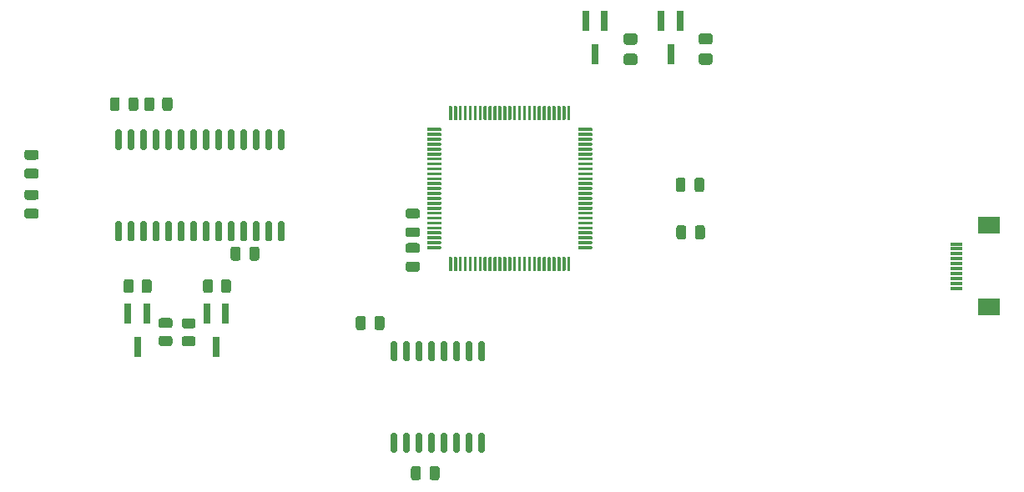
<source format=gtp>
%TF.GenerationSoftware,KiCad,Pcbnew,(5.1.10)-1*%
%TF.CreationDate,2021-12-15T16:43:02+05:30*%
%TF.ProjectId,SPVMD_V2.0,5350564d-445f-4563-922e-302e6b696361,rev?*%
%TF.SameCoordinates,Original*%
%TF.FileFunction,Paste,Top*%
%TF.FilePolarity,Positive*%
%FSLAX46Y46*%
G04 Gerber Fmt 4.6, Leading zero omitted, Abs format (unit mm)*
G04 Created by KiCad (PCBNEW (5.1.10)-1) date 2021-12-15 16:43:02*
%MOMM*%
%LPD*%
G01*
G04 APERTURE LIST*
%ADD10R,2.200000X1.800000*%
%ADD11R,1.300000X0.300000*%
%ADD12R,0.700000X2.000000*%
G04 APERTURE END LIST*
%TO.C,C1*%
G36*
G01*
X99029500Y-75255500D02*
X99979500Y-75255500D01*
G75*
G02*
X100229500Y-75505500I0J-250000D01*
G01*
X100229500Y-76005500D01*
G75*
G02*
X99979500Y-76255500I-250000J0D01*
G01*
X99029500Y-76255500D01*
G75*
G02*
X98779500Y-76005500I0J250000D01*
G01*
X98779500Y-75505500D01*
G75*
G02*
X99029500Y-75255500I250000J0D01*
G01*
G37*
G36*
G01*
X99029500Y-77155500D02*
X99979500Y-77155500D01*
G75*
G02*
X100229500Y-77405500I0J-250000D01*
G01*
X100229500Y-77905500D01*
G75*
G02*
X99979500Y-78155500I-250000J0D01*
G01*
X99029500Y-78155500D01*
G75*
G02*
X98779500Y-77905500I0J250000D01*
G01*
X98779500Y-77405500D01*
G75*
G02*
X99029500Y-77155500I250000J0D01*
G01*
G37*
%TD*%
%TO.C,C2*%
G36*
G01*
X99979500Y-80319500D02*
X99029500Y-80319500D01*
G75*
G02*
X98779500Y-80069500I0J250000D01*
G01*
X98779500Y-79569500D01*
G75*
G02*
X99029500Y-79319500I250000J0D01*
G01*
X99979500Y-79319500D01*
G75*
G02*
X100229500Y-79569500I0J-250000D01*
G01*
X100229500Y-80069500D01*
G75*
G02*
X99979500Y-80319500I-250000J0D01*
G01*
G37*
G36*
G01*
X99979500Y-82219500D02*
X99029500Y-82219500D01*
G75*
G02*
X98779500Y-81969500I0J250000D01*
G01*
X98779500Y-81469500D01*
G75*
G02*
X99029500Y-81219500I250000J0D01*
G01*
X99979500Y-81219500D01*
G75*
G02*
X100229500Y-81469500I0J-250000D01*
G01*
X100229500Y-81969500D01*
G75*
G02*
X99979500Y-82219500I-250000J0D01*
G01*
G37*
%TD*%
%TO.C,C3*%
G36*
G01*
X121610500Y-86263500D02*
X121610500Y-85313500D01*
G75*
G02*
X121860500Y-85063500I250000J0D01*
G01*
X122360500Y-85063500D01*
G75*
G02*
X122610500Y-85313500I0J-250000D01*
G01*
X122610500Y-86263500D01*
G75*
G02*
X122360500Y-86513500I-250000J0D01*
G01*
X121860500Y-86513500D01*
G75*
G02*
X121610500Y-86263500I0J250000D01*
G01*
G37*
G36*
G01*
X119710500Y-86263500D02*
X119710500Y-85313500D01*
G75*
G02*
X119960500Y-85063500I250000J0D01*
G01*
X120460500Y-85063500D01*
G75*
G02*
X120710500Y-85313500I0J-250000D01*
G01*
X120710500Y-86263500D01*
G75*
G02*
X120460500Y-86513500I-250000J0D01*
G01*
X119960500Y-86513500D01*
G75*
G02*
X119710500Y-86263500I0J250000D01*
G01*
G37*
%TD*%
%TO.C,C7*%
G36*
G01*
X132405500Y-93312000D02*
X132405500Y-92362000D01*
G75*
G02*
X132655500Y-92112000I250000J0D01*
G01*
X133155500Y-92112000D01*
G75*
G02*
X133405500Y-92362000I0J-250000D01*
G01*
X133405500Y-93312000D01*
G75*
G02*
X133155500Y-93562000I-250000J0D01*
G01*
X132655500Y-93562000D01*
G75*
G02*
X132405500Y-93312000I0J250000D01*
G01*
G37*
G36*
G01*
X134305500Y-93312000D02*
X134305500Y-92362000D01*
G75*
G02*
X134555500Y-92112000I250000J0D01*
G01*
X135055500Y-92112000D01*
G75*
G02*
X135305500Y-92362000I0J-250000D01*
G01*
X135305500Y-93312000D01*
G75*
G02*
X135055500Y-93562000I-250000J0D01*
G01*
X134555500Y-93562000D01*
G75*
G02*
X134305500Y-93312000I0J250000D01*
G01*
G37*
%TD*%
%TO.C,C8*%
G36*
G01*
X139898500Y-108552000D02*
X139898500Y-107602000D01*
G75*
G02*
X140148500Y-107352000I250000J0D01*
G01*
X140648500Y-107352000D01*
G75*
G02*
X140898500Y-107602000I0J-250000D01*
G01*
X140898500Y-108552000D01*
G75*
G02*
X140648500Y-108802000I-250000J0D01*
G01*
X140148500Y-108802000D01*
G75*
G02*
X139898500Y-108552000I0J250000D01*
G01*
G37*
G36*
G01*
X137998500Y-108552000D02*
X137998500Y-107602000D01*
G75*
G02*
X138248500Y-107352000I250000J0D01*
G01*
X138748500Y-107352000D01*
G75*
G02*
X138998500Y-107602000I0J-250000D01*
G01*
X138998500Y-108552000D01*
G75*
G02*
X138748500Y-108802000I-250000J0D01*
G01*
X138248500Y-108802000D01*
G75*
G02*
X137998500Y-108552000I0J250000D01*
G01*
G37*
%TD*%
%TO.C,C9*%
G36*
G01*
X138651000Y-82227000D02*
X137701000Y-82227000D01*
G75*
G02*
X137451000Y-81977000I0J250000D01*
G01*
X137451000Y-81477000D01*
G75*
G02*
X137701000Y-81227000I250000J0D01*
G01*
X138651000Y-81227000D01*
G75*
G02*
X138901000Y-81477000I0J-250000D01*
G01*
X138901000Y-81977000D01*
G75*
G02*
X138651000Y-82227000I-250000J0D01*
G01*
G37*
G36*
G01*
X138651000Y-84127000D02*
X137701000Y-84127000D01*
G75*
G02*
X137451000Y-83877000I0J250000D01*
G01*
X137451000Y-83377000D01*
G75*
G02*
X137701000Y-83127000I250000J0D01*
G01*
X138651000Y-83127000D01*
G75*
G02*
X138901000Y-83377000I0J-250000D01*
G01*
X138901000Y-83877000D01*
G75*
G02*
X138651000Y-84127000I-250000J0D01*
G01*
G37*
%TD*%
%TO.C,C13*%
G36*
G01*
X166759000Y-79278500D02*
X166759000Y-78328500D01*
G75*
G02*
X167009000Y-78078500I250000J0D01*
G01*
X167509000Y-78078500D01*
G75*
G02*
X167759000Y-78328500I0J-250000D01*
G01*
X167759000Y-79278500D01*
G75*
G02*
X167509000Y-79528500I-250000J0D01*
G01*
X167009000Y-79528500D01*
G75*
G02*
X166759000Y-79278500I0J250000D01*
G01*
G37*
G36*
G01*
X164859000Y-79278500D02*
X164859000Y-78328500D01*
G75*
G02*
X165109000Y-78078500I250000J0D01*
G01*
X165609000Y-78078500D01*
G75*
G02*
X165859000Y-78328500I0J-250000D01*
G01*
X165859000Y-79278500D01*
G75*
G02*
X165609000Y-79528500I-250000J0D01*
G01*
X165109000Y-79528500D01*
G75*
G02*
X164859000Y-79278500I0J250000D01*
G01*
G37*
%TD*%
%TO.C,C14*%
G36*
G01*
X138651000Y-87617000D02*
X137701000Y-87617000D01*
G75*
G02*
X137451000Y-87367000I0J250000D01*
G01*
X137451000Y-86867000D01*
G75*
G02*
X137701000Y-86617000I250000J0D01*
G01*
X138651000Y-86617000D01*
G75*
G02*
X138901000Y-86867000I0J-250000D01*
G01*
X138901000Y-87367000D01*
G75*
G02*
X138651000Y-87617000I-250000J0D01*
G01*
G37*
G36*
G01*
X138651000Y-85717000D02*
X137701000Y-85717000D01*
G75*
G02*
X137451000Y-85467000I0J250000D01*
G01*
X137451000Y-84967000D01*
G75*
G02*
X137701000Y-84717000I250000J0D01*
G01*
X138651000Y-84717000D01*
G75*
G02*
X138901000Y-84967000I0J-250000D01*
G01*
X138901000Y-85467000D01*
G75*
G02*
X138651000Y-85717000I-250000J0D01*
G01*
G37*
%TD*%
%TO.C,C15*%
G36*
G01*
X164922500Y-84104500D02*
X164922500Y-83154500D01*
G75*
G02*
X165172500Y-82904500I250000J0D01*
G01*
X165672500Y-82904500D01*
G75*
G02*
X165922500Y-83154500I0J-250000D01*
G01*
X165922500Y-84104500D01*
G75*
G02*
X165672500Y-84354500I-250000J0D01*
G01*
X165172500Y-84354500D01*
G75*
G02*
X164922500Y-84104500I0J250000D01*
G01*
G37*
G36*
G01*
X166822500Y-84104500D02*
X166822500Y-83154500D01*
G75*
G02*
X167072500Y-82904500I250000J0D01*
G01*
X167572500Y-82904500D01*
G75*
G02*
X167822500Y-83154500I0J-250000D01*
G01*
X167822500Y-84104500D01*
G75*
G02*
X167572500Y-84354500I-250000J0D01*
G01*
X167072500Y-84354500D01*
G75*
G02*
X166822500Y-84104500I0J250000D01*
G01*
G37*
%TD*%
%TO.C,D1*%
G36*
G01*
X110327500Y-70155750D02*
X110327500Y-71068250D01*
G75*
G02*
X110083750Y-71312000I-243750J0D01*
G01*
X109596250Y-71312000D01*
G75*
G02*
X109352500Y-71068250I0J243750D01*
G01*
X109352500Y-70155750D01*
G75*
G02*
X109596250Y-69912000I243750J0D01*
G01*
X110083750Y-69912000D01*
G75*
G02*
X110327500Y-70155750I0J-243750D01*
G01*
G37*
G36*
G01*
X108452500Y-70155750D02*
X108452500Y-71068250D01*
G75*
G02*
X108208750Y-71312000I-243750J0D01*
G01*
X107721250Y-71312000D01*
G75*
G02*
X107477500Y-71068250I0J243750D01*
G01*
X107477500Y-70155750D01*
G75*
G02*
X107721250Y-69912000I243750J0D01*
G01*
X108208750Y-69912000D01*
G75*
G02*
X108452500Y-70155750I0J-243750D01*
G01*
G37*
%TD*%
%TO.C,F1*%
G36*
G01*
X160724001Y-66633000D02*
X159823999Y-66633000D01*
G75*
G02*
X159574000Y-66383001I0J249999D01*
G01*
X159574000Y-65732999D01*
G75*
G02*
X159823999Y-65483000I249999J0D01*
G01*
X160724001Y-65483000D01*
G75*
G02*
X160974000Y-65732999I0J-249999D01*
G01*
X160974000Y-66383001D01*
G75*
G02*
X160724001Y-66633000I-249999J0D01*
G01*
G37*
G36*
G01*
X160724001Y-64583000D02*
X159823999Y-64583000D01*
G75*
G02*
X159574000Y-64333001I0J249999D01*
G01*
X159574000Y-63682999D01*
G75*
G02*
X159823999Y-63433000I249999J0D01*
G01*
X160724001Y-63433000D01*
G75*
G02*
X160974000Y-63682999I0J-249999D01*
G01*
X160974000Y-64333001D01*
G75*
G02*
X160724001Y-64583000I-249999J0D01*
G01*
G37*
%TD*%
%TO.C,F2*%
G36*
G01*
X168344001Y-64565000D02*
X167443999Y-64565000D01*
G75*
G02*
X167194000Y-64315001I0J249999D01*
G01*
X167194000Y-63664999D01*
G75*
G02*
X167443999Y-63415000I249999J0D01*
G01*
X168344001Y-63415000D01*
G75*
G02*
X168594000Y-63664999I0J-249999D01*
G01*
X168594000Y-64315001D01*
G75*
G02*
X168344001Y-64565000I-249999J0D01*
G01*
G37*
G36*
G01*
X168344001Y-66615000D02*
X167443999Y-66615000D01*
G75*
G02*
X167194000Y-66365001I0J249999D01*
G01*
X167194000Y-65714999D01*
G75*
G02*
X167443999Y-65465000I249999J0D01*
G01*
X168344001Y-65465000D01*
G75*
G02*
X168594000Y-65714999I0J-249999D01*
G01*
X168594000Y-66365001D01*
G75*
G02*
X168344001Y-66615000I-249999J0D01*
G01*
G37*
%TD*%
D10*
%TO.C,J4*%
X196599000Y-82908500D03*
X196599000Y-91208500D03*
D11*
X193349000Y-89308500D03*
X193349000Y-88808500D03*
X193349000Y-88308500D03*
X193349000Y-87808500D03*
X193349000Y-87308500D03*
X193349000Y-86808500D03*
X193349000Y-86308500D03*
X193349000Y-85808500D03*
X193349000Y-85308500D03*
X193349000Y-84808500D03*
%TD*%
D12*
%TO.C,Q1*%
X157607000Y-62181000D03*
X155707000Y-62181000D03*
X156657000Y-65581000D03*
%TD*%
%TO.C,Q2*%
X164338000Y-65581000D03*
X163388000Y-62181000D03*
X165288000Y-62181000D03*
%TD*%
%TO.C,Q3*%
X118237000Y-95250000D03*
X117287000Y-91850000D03*
X119187000Y-91850000D03*
%TD*%
%TO.C,Q4*%
X111186000Y-91850000D03*
X109286000Y-91850000D03*
X110236000Y-95250000D03*
%TD*%
%TO.C,R2*%
G36*
G01*
X112771500Y-71062001D02*
X112771500Y-70161999D01*
G75*
G02*
X113021499Y-69912000I249999J0D01*
G01*
X113546501Y-69912000D01*
G75*
G02*
X113796500Y-70161999I0J-249999D01*
G01*
X113796500Y-71062001D01*
G75*
G02*
X113546501Y-71312000I-249999J0D01*
G01*
X113021499Y-71312000D01*
G75*
G02*
X112771500Y-71062001I0J249999D01*
G01*
G37*
G36*
G01*
X110946500Y-71062001D02*
X110946500Y-70161999D01*
G75*
G02*
X111196499Y-69912000I249999J0D01*
G01*
X111721501Y-69912000D01*
G75*
G02*
X111971500Y-70161999I0J-249999D01*
G01*
X111971500Y-71062001D01*
G75*
G02*
X111721501Y-71312000I-249999J0D01*
G01*
X111196499Y-71312000D01*
G75*
G02*
X110946500Y-71062001I0J249999D01*
G01*
G37*
%TD*%
%TO.C,R4*%
G36*
G01*
X115893001Y-95191000D02*
X114992999Y-95191000D01*
G75*
G02*
X114743000Y-94941001I0J249999D01*
G01*
X114743000Y-94415999D01*
G75*
G02*
X114992999Y-94166000I249999J0D01*
G01*
X115893001Y-94166000D01*
G75*
G02*
X116143000Y-94415999I0J-249999D01*
G01*
X116143000Y-94941001D01*
G75*
G02*
X115893001Y-95191000I-249999J0D01*
G01*
G37*
G36*
G01*
X115893001Y-93366000D02*
X114992999Y-93366000D01*
G75*
G02*
X114743000Y-93116001I0J249999D01*
G01*
X114743000Y-92590999D01*
G75*
G02*
X114992999Y-92341000I249999J0D01*
G01*
X115893001Y-92341000D01*
G75*
G02*
X116143000Y-92590999I0J-249999D01*
G01*
X116143000Y-93116001D01*
G75*
G02*
X115893001Y-93366000I-249999J0D01*
G01*
G37*
%TD*%
%TO.C,R5*%
G36*
G01*
X113543501Y-95174500D02*
X112643499Y-95174500D01*
G75*
G02*
X112393500Y-94924501I0J249999D01*
G01*
X112393500Y-94399499D01*
G75*
G02*
X112643499Y-94149500I249999J0D01*
G01*
X113543501Y-94149500D01*
G75*
G02*
X113793500Y-94399499I0J-249999D01*
G01*
X113793500Y-94924501D01*
G75*
G02*
X113543501Y-95174500I-249999J0D01*
G01*
G37*
G36*
G01*
X113543501Y-93349500D02*
X112643499Y-93349500D01*
G75*
G02*
X112393500Y-93099501I0J249999D01*
G01*
X112393500Y-92574499D01*
G75*
G02*
X112643499Y-92324500I249999J0D01*
G01*
X113543501Y-92324500D01*
G75*
G02*
X113793500Y-92574499I0J-249999D01*
G01*
X113793500Y-93099501D01*
G75*
G02*
X113543501Y-93349500I-249999J0D01*
G01*
G37*
%TD*%
%TO.C,R6*%
G36*
G01*
X118724000Y-89540501D02*
X118724000Y-88640499D01*
G75*
G02*
X118973999Y-88390500I249999J0D01*
G01*
X119499001Y-88390500D01*
G75*
G02*
X119749000Y-88640499I0J-249999D01*
G01*
X119749000Y-89540501D01*
G75*
G02*
X119499001Y-89790500I-249999J0D01*
G01*
X118973999Y-89790500D01*
G75*
G02*
X118724000Y-89540501I0J249999D01*
G01*
G37*
G36*
G01*
X116899000Y-89540501D02*
X116899000Y-88640499D01*
G75*
G02*
X117148999Y-88390500I249999J0D01*
G01*
X117674001Y-88390500D01*
G75*
G02*
X117924000Y-88640499I0J-249999D01*
G01*
X117924000Y-89540501D01*
G75*
G02*
X117674001Y-89790500I-249999J0D01*
G01*
X117148999Y-89790500D01*
G75*
G02*
X116899000Y-89540501I0J249999D01*
G01*
G37*
%TD*%
%TO.C,R7*%
G36*
G01*
X110659500Y-89540501D02*
X110659500Y-88640499D01*
G75*
G02*
X110909499Y-88390500I249999J0D01*
G01*
X111434501Y-88390500D01*
G75*
G02*
X111684500Y-88640499I0J-249999D01*
G01*
X111684500Y-89540501D01*
G75*
G02*
X111434501Y-89790500I-249999J0D01*
G01*
X110909499Y-89790500D01*
G75*
G02*
X110659500Y-89540501I0J249999D01*
G01*
G37*
G36*
G01*
X108834500Y-89540501D02*
X108834500Y-88640499D01*
G75*
G02*
X109084499Y-88390500I249999J0D01*
G01*
X109609501Y-88390500D01*
G75*
G02*
X109859500Y-88640499I0J-249999D01*
G01*
X109859500Y-89540501D01*
G75*
G02*
X109609501Y-89790500I-249999J0D01*
G01*
X109084499Y-89790500D01*
G75*
G02*
X108834500Y-89540501I0J249999D01*
G01*
G37*
%TD*%
%TO.C,U1*%
G36*
G01*
X142093500Y-87584500D02*
X141943500Y-87584500D01*
G75*
G02*
X141868500Y-87509500I0J75000D01*
G01*
X141868500Y-86184500D01*
G75*
G02*
X141943500Y-86109500I75000J0D01*
G01*
X142093500Y-86109500D01*
G75*
G02*
X142168500Y-86184500I0J-75000D01*
G01*
X142168500Y-87509500D01*
G75*
G02*
X142093500Y-87584500I-75000J0D01*
G01*
G37*
G36*
G01*
X142593500Y-87584500D02*
X142443500Y-87584500D01*
G75*
G02*
X142368500Y-87509500I0J75000D01*
G01*
X142368500Y-86184500D01*
G75*
G02*
X142443500Y-86109500I75000J0D01*
G01*
X142593500Y-86109500D01*
G75*
G02*
X142668500Y-86184500I0J-75000D01*
G01*
X142668500Y-87509500D01*
G75*
G02*
X142593500Y-87584500I-75000J0D01*
G01*
G37*
G36*
G01*
X143093500Y-87584500D02*
X142943500Y-87584500D01*
G75*
G02*
X142868500Y-87509500I0J75000D01*
G01*
X142868500Y-86184500D01*
G75*
G02*
X142943500Y-86109500I75000J0D01*
G01*
X143093500Y-86109500D01*
G75*
G02*
X143168500Y-86184500I0J-75000D01*
G01*
X143168500Y-87509500D01*
G75*
G02*
X143093500Y-87584500I-75000J0D01*
G01*
G37*
G36*
G01*
X143593500Y-87584500D02*
X143443500Y-87584500D01*
G75*
G02*
X143368500Y-87509500I0J75000D01*
G01*
X143368500Y-86184500D01*
G75*
G02*
X143443500Y-86109500I75000J0D01*
G01*
X143593500Y-86109500D01*
G75*
G02*
X143668500Y-86184500I0J-75000D01*
G01*
X143668500Y-87509500D01*
G75*
G02*
X143593500Y-87584500I-75000J0D01*
G01*
G37*
G36*
G01*
X144093500Y-87584500D02*
X143943500Y-87584500D01*
G75*
G02*
X143868500Y-87509500I0J75000D01*
G01*
X143868500Y-86184500D01*
G75*
G02*
X143943500Y-86109500I75000J0D01*
G01*
X144093500Y-86109500D01*
G75*
G02*
X144168500Y-86184500I0J-75000D01*
G01*
X144168500Y-87509500D01*
G75*
G02*
X144093500Y-87584500I-75000J0D01*
G01*
G37*
G36*
G01*
X144593500Y-87584500D02*
X144443500Y-87584500D01*
G75*
G02*
X144368500Y-87509500I0J75000D01*
G01*
X144368500Y-86184500D01*
G75*
G02*
X144443500Y-86109500I75000J0D01*
G01*
X144593500Y-86109500D01*
G75*
G02*
X144668500Y-86184500I0J-75000D01*
G01*
X144668500Y-87509500D01*
G75*
G02*
X144593500Y-87584500I-75000J0D01*
G01*
G37*
G36*
G01*
X145093500Y-87584500D02*
X144943500Y-87584500D01*
G75*
G02*
X144868500Y-87509500I0J75000D01*
G01*
X144868500Y-86184500D01*
G75*
G02*
X144943500Y-86109500I75000J0D01*
G01*
X145093500Y-86109500D01*
G75*
G02*
X145168500Y-86184500I0J-75000D01*
G01*
X145168500Y-87509500D01*
G75*
G02*
X145093500Y-87584500I-75000J0D01*
G01*
G37*
G36*
G01*
X145593500Y-87584500D02*
X145443500Y-87584500D01*
G75*
G02*
X145368500Y-87509500I0J75000D01*
G01*
X145368500Y-86184500D01*
G75*
G02*
X145443500Y-86109500I75000J0D01*
G01*
X145593500Y-86109500D01*
G75*
G02*
X145668500Y-86184500I0J-75000D01*
G01*
X145668500Y-87509500D01*
G75*
G02*
X145593500Y-87584500I-75000J0D01*
G01*
G37*
G36*
G01*
X146093500Y-87584500D02*
X145943500Y-87584500D01*
G75*
G02*
X145868500Y-87509500I0J75000D01*
G01*
X145868500Y-86184500D01*
G75*
G02*
X145943500Y-86109500I75000J0D01*
G01*
X146093500Y-86109500D01*
G75*
G02*
X146168500Y-86184500I0J-75000D01*
G01*
X146168500Y-87509500D01*
G75*
G02*
X146093500Y-87584500I-75000J0D01*
G01*
G37*
G36*
G01*
X146593500Y-87584500D02*
X146443500Y-87584500D01*
G75*
G02*
X146368500Y-87509500I0J75000D01*
G01*
X146368500Y-86184500D01*
G75*
G02*
X146443500Y-86109500I75000J0D01*
G01*
X146593500Y-86109500D01*
G75*
G02*
X146668500Y-86184500I0J-75000D01*
G01*
X146668500Y-87509500D01*
G75*
G02*
X146593500Y-87584500I-75000J0D01*
G01*
G37*
G36*
G01*
X147093500Y-87584500D02*
X146943500Y-87584500D01*
G75*
G02*
X146868500Y-87509500I0J75000D01*
G01*
X146868500Y-86184500D01*
G75*
G02*
X146943500Y-86109500I75000J0D01*
G01*
X147093500Y-86109500D01*
G75*
G02*
X147168500Y-86184500I0J-75000D01*
G01*
X147168500Y-87509500D01*
G75*
G02*
X147093500Y-87584500I-75000J0D01*
G01*
G37*
G36*
G01*
X147593500Y-87584500D02*
X147443500Y-87584500D01*
G75*
G02*
X147368500Y-87509500I0J75000D01*
G01*
X147368500Y-86184500D01*
G75*
G02*
X147443500Y-86109500I75000J0D01*
G01*
X147593500Y-86109500D01*
G75*
G02*
X147668500Y-86184500I0J-75000D01*
G01*
X147668500Y-87509500D01*
G75*
G02*
X147593500Y-87584500I-75000J0D01*
G01*
G37*
G36*
G01*
X148093500Y-87584500D02*
X147943500Y-87584500D01*
G75*
G02*
X147868500Y-87509500I0J75000D01*
G01*
X147868500Y-86184500D01*
G75*
G02*
X147943500Y-86109500I75000J0D01*
G01*
X148093500Y-86109500D01*
G75*
G02*
X148168500Y-86184500I0J-75000D01*
G01*
X148168500Y-87509500D01*
G75*
G02*
X148093500Y-87584500I-75000J0D01*
G01*
G37*
G36*
G01*
X148593500Y-87584500D02*
X148443500Y-87584500D01*
G75*
G02*
X148368500Y-87509500I0J75000D01*
G01*
X148368500Y-86184500D01*
G75*
G02*
X148443500Y-86109500I75000J0D01*
G01*
X148593500Y-86109500D01*
G75*
G02*
X148668500Y-86184500I0J-75000D01*
G01*
X148668500Y-87509500D01*
G75*
G02*
X148593500Y-87584500I-75000J0D01*
G01*
G37*
G36*
G01*
X149093500Y-87584500D02*
X148943500Y-87584500D01*
G75*
G02*
X148868500Y-87509500I0J75000D01*
G01*
X148868500Y-86184500D01*
G75*
G02*
X148943500Y-86109500I75000J0D01*
G01*
X149093500Y-86109500D01*
G75*
G02*
X149168500Y-86184500I0J-75000D01*
G01*
X149168500Y-87509500D01*
G75*
G02*
X149093500Y-87584500I-75000J0D01*
G01*
G37*
G36*
G01*
X149593500Y-87584500D02*
X149443500Y-87584500D01*
G75*
G02*
X149368500Y-87509500I0J75000D01*
G01*
X149368500Y-86184500D01*
G75*
G02*
X149443500Y-86109500I75000J0D01*
G01*
X149593500Y-86109500D01*
G75*
G02*
X149668500Y-86184500I0J-75000D01*
G01*
X149668500Y-87509500D01*
G75*
G02*
X149593500Y-87584500I-75000J0D01*
G01*
G37*
G36*
G01*
X150093500Y-87584500D02*
X149943500Y-87584500D01*
G75*
G02*
X149868500Y-87509500I0J75000D01*
G01*
X149868500Y-86184500D01*
G75*
G02*
X149943500Y-86109500I75000J0D01*
G01*
X150093500Y-86109500D01*
G75*
G02*
X150168500Y-86184500I0J-75000D01*
G01*
X150168500Y-87509500D01*
G75*
G02*
X150093500Y-87584500I-75000J0D01*
G01*
G37*
G36*
G01*
X150593500Y-87584500D02*
X150443500Y-87584500D01*
G75*
G02*
X150368500Y-87509500I0J75000D01*
G01*
X150368500Y-86184500D01*
G75*
G02*
X150443500Y-86109500I75000J0D01*
G01*
X150593500Y-86109500D01*
G75*
G02*
X150668500Y-86184500I0J-75000D01*
G01*
X150668500Y-87509500D01*
G75*
G02*
X150593500Y-87584500I-75000J0D01*
G01*
G37*
G36*
G01*
X151093500Y-87584500D02*
X150943500Y-87584500D01*
G75*
G02*
X150868500Y-87509500I0J75000D01*
G01*
X150868500Y-86184500D01*
G75*
G02*
X150943500Y-86109500I75000J0D01*
G01*
X151093500Y-86109500D01*
G75*
G02*
X151168500Y-86184500I0J-75000D01*
G01*
X151168500Y-87509500D01*
G75*
G02*
X151093500Y-87584500I-75000J0D01*
G01*
G37*
G36*
G01*
X151593500Y-87584500D02*
X151443500Y-87584500D01*
G75*
G02*
X151368500Y-87509500I0J75000D01*
G01*
X151368500Y-86184500D01*
G75*
G02*
X151443500Y-86109500I75000J0D01*
G01*
X151593500Y-86109500D01*
G75*
G02*
X151668500Y-86184500I0J-75000D01*
G01*
X151668500Y-87509500D01*
G75*
G02*
X151593500Y-87584500I-75000J0D01*
G01*
G37*
G36*
G01*
X152093500Y-87584500D02*
X151943500Y-87584500D01*
G75*
G02*
X151868500Y-87509500I0J75000D01*
G01*
X151868500Y-86184500D01*
G75*
G02*
X151943500Y-86109500I75000J0D01*
G01*
X152093500Y-86109500D01*
G75*
G02*
X152168500Y-86184500I0J-75000D01*
G01*
X152168500Y-87509500D01*
G75*
G02*
X152093500Y-87584500I-75000J0D01*
G01*
G37*
G36*
G01*
X152593500Y-87584500D02*
X152443500Y-87584500D01*
G75*
G02*
X152368500Y-87509500I0J75000D01*
G01*
X152368500Y-86184500D01*
G75*
G02*
X152443500Y-86109500I75000J0D01*
G01*
X152593500Y-86109500D01*
G75*
G02*
X152668500Y-86184500I0J-75000D01*
G01*
X152668500Y-87509500D01*
G75*
G02*
X152593500Y-87584500I-75000J0D01*
G01*
G37*
G36*
G01*
X153093500Y-87584500D02*
X152943500Y-87584500D01*
G75*
G02*
X152868500Y-87509500I0J75000D01*
G01*
X152868500Y-86184500D01*
G75*
G02*
X152943500Y-86109500I75000J0D01*
G01*
X153093500Y-86109500D01*
G75*
G02*
X153168500Y-86184500I0J-75000D01*
G01*
X153168500Y-87509500D01*
G75*
G02*
X153093500Y-87584500I-75000J0D01*
G01*
G37*
G36*
G01*
X153593500Y-87584500D02*
X153443500Y-87584500D01*
G75*
G02*
X153368500Y-87509500I0J75000D01*
G01*
X153368500Y-86184500D01*
G75*
G02*
X153443500Y-86109500I75000J0D01*
G01*
X153593500Y-86109500D01*
G75*
G02*
X153668500Y-86184500I0J-75000D01*
G01*
X153668500Y-87509500D01*
G75*
G02*
X153593500Y-87584500I-75000J0D01*
G01*
G37*
G36*
G01*
X154093500Y-87584500D02*
X153943500Y-87584500D01*
G75*
G02*
X153868500Y-87509500I0J75000D01*
G01*
X153868500Y-86184500D01*
G75*
G02*
X153943500Y-86109500I75000J0D01*
G01*
X154093500Y-86109500D01*
G75*
G02*
X154168500Y-86184500I0J-75000D01*
G01*
X154168500Y-87509500D01*
G75*
G02*
X154093500Y-87584500I-75000J0D01*
G01*
G37*
G36*
G01*
X156343500Y-85334500D02*
X155018500Y-85334500D01*
G75*
G02*
X154943500Y-85259500I0J75000D01*
G01*
X154943500Y-85109500D01*
G75*
G02*
X155018500Y-85034500I75000J0D01*
G01*
X156343500Y-85034500D01*
G75*
G02*
X156418500Y-85109500I0J-75000D01*
G01*
X156418500Y-85259500D01*
G75*
G02*
X156343500Y-85334500I-75000J0D01*
G01*
G37*
G36*
G01*
X156343500Y-84834500D02*
X155018500Y-84834500D01*
G75*
G02*
X154943500Y-84759500I0J75000D01*
G01*
X154943500Y-84609500D01*
G75*
G02*
X155018500Y-84534500I75000J0D01*
G01*
X156343500Y-84534500D01*
G75*
G02*
X156418500Y-84609500I0J-75000D01*
G01*
X156418500Y-84759500D01*
G75*
G02*
X156343500Y-84834500I-75000J0D01*
G01*
G37*
G36*
G01*
X156343500Y-84334500D02*
X155018500Y-84334500D01*
G75*
G02*
X154943500Y-84259500I0J75000D01*
G01*
X154943500Y-84109500D01*
G75*
G02*
X155018500Y-84034500I75000J0D01*
G01*
X156343500Y-84034500D01*
G75*
G02*
X156418500Y-84109500I0J-75000D01*
G01*
X156418500Y-84259500D01*
G75*
G02*
X156343500Y-84334500I-75000J0D01*
G01*
G37*
G36*
G01*
X156343500Y-83834500D02*
X155018500Y-83834500D01*
G75*
G02*
X154943500Y-83759500I0J75000D01*
G01*
X154943500Y-83609500D01*
G75*
G02*
X155018500Y-83534500I75000J0D01*
G01*
X156343500Y-83534500D01*
G75*
G02*
X156418500Y-83609500I0J-75000D01*
G01*
X156418500Y-83759500D01*
G75*
G02*
X156343500Y-83834500I-75000J0D01*
G01*
G37*
G36*
G01*
X156343500Y-83334500D02*
X155018500Y-83334500D01*
G75*
G02*
X154943500Y-83259500I0J75000D01*
G01*
X154943500Y-83109500D01*
G75*
G02*
X155018500Y-83034500I75000J0D01*
G01*
X156343500Y-83034500D01*
G75*
G02*
X156418500Y-83109500I0J-75000D01*
G01*
X156418500Y-83259500D01*
G75*
G02*
X156343500Y-83334500I-75000J0D01*
G01*
G37*
G36*
G01*
X156343500Y-82834500D02*
X155018500Y-82834500D01*
G75*
G02*
X154943500Y-82759500I0J75000D01*
G01*
X154943500Y-82609500D01*
G75*
G02*
X155018500Y-82534500I75000J0D01*
G01*
X156343500Y-82534500D01*
G75*
G02*
X156418500Y-82609500I0J-75000D01*
G01*
X156418500Y-82759500D01*
G75*
G02*
X156343500Y-82834500I-75000J0D01*
G01*
G37*
G36*
G01*
X156343500Y-82334500D02*
X155018500Y-82334500D01*
G75*
G02*
X154943500Y-82259500I0J75000D01*
G01*
X154943500Y-82109500D01*
G75*
G02*
X155018500Y-82034500I75000J0D01*
G01*
X156343500Y-82034500D01*
G75*
G02*
X156418500Y-82109500I0J-75000D01*
G01*
X156418500Y-82259500D01*
G75*
G02*
X156343500Y-82334500I-75000J0D01*
G01*
G37*
G36*
G01*
X156343500Y-81834500D02*
X155018500Y-81834500D01*
G75*
G02*
X154943500Y-81759500I0J75000D01*
G01*
X154943500Y-81609500D01*
G75*
G02*
X155018500Y-81534500I75000J0D01*
G01*
X156343500Y-81534500D01*
G75*
G02*
X156418500Y-81609500I0J-75000D01*
G01*
X156418500Y-81759500D01*
G75*
G02*
X156343500Y-81834500I-75000J0D01*
G01*
G37*
G36*
G01*
X156343500Y-81334500D02*
X155018500Y-81334500D01*
G75*
G02*
X154943500Y-81259500I0J75000D01*
G01*
X154943500Y-81109500D01*
G75*
G02*
X155018500Y-81034500I75000J0D01*
G01*
X156343500Y-81034500D01*
G75*
G02*
X156418500Y-81109500I0J-75000D01*
G01*
X156418500Y-81259500D01*
G75*
G02*
X156343500Y-81334500I-75000J0D01*
G01*
G37*
G36*
G01*
X156343500Y-80834500D02*
X155018500Y-80834500D01*
G75*
G02*
X154943500Y-80759500I0J75000D01*
G01*
X154943500Y-80609500D01*
G75*
G02*
X155018500Y-80534500I75000J0D01*
G01*
X156343500Y-80534500D01*
G75*
G02*
X156418500Y-80609500I0J-75000D01*
G01*
X156418500Y-80759500D01*
G75*
G02*
X156343500Y-80834500I-75000J0D01*
G01*
G37*
G36*
G01*
X156343500Y-80334500D02*
X155018500Y-80334500D01*
G75*
G02*
X154943500Y-80259500I0J75000D01*
G01*
X154943500Y-80109500D01*
G75*
G02*
X155018500Y-80034500I75000J0D01*
G01*
X156343500Y-80034500D01*
G75*
G02*
X156418500Y-80109500I0J-75000D01*
G01*
X156418500Y-80259500D01*
G75*
G02*
X156343500Y-80334500I-75000J0D01*
G01*
G37*
G36*
G01*
X156343500Y-79834500D02*
X155018500Y-79834500D01*
G75*
G02*
X154943500Y-79759500I0J75000D01*
G01*
X154943500Y-79609500D01*
G75*
G02*
X155018500Y-79534500I75000J0D01*
G01*
X156343500Y-79534500D01*
G75*
G02*
X156418500Y-79609500I0J-75000D01*
G01*
X156418500Y-79759500D01*
G75*
G02*
X156343500Y-79834500I-75000J0D01*
G01*
G37*
G36*
G01*
X156343500Y-79334500D02*
X155018500Y-79334500D01*
G75*
G02*
X154943500Y-79259500I0J75000D01*
G01*
X154943500Y-79109500D01*
G75*
G02*
X155018500Y-79034500I75000J0D01*
G01*
X156343500Y-79034500D01*
G75*
G02*
X156418500Y-79109500I0J-75000D01*
G01*
X156418500Y-79259500D01*
G75*
G02*
X156343500Y-79334500I-75000J0D01*
G01*
G37*
G36*
G01*
X156343500Y-78834500D02*
X155018500Y-78834500D01*
G75*
G02*
X154943500Y-78759500I0J75000D01*
G01*
X154943500Y-78609500D01*
G75*
G02*
X155018500Y-78534500I75000J0D01*
G01*
X156343500Y-78534500D01*
G75*
G02*
X156418500Y-78609500I0J-75000D01*
G01*
X156418500Y-78759500D01*
G75*
G02*
X156343500Y-78834500I-75000J0D01*
G01*
G37*
G36*
G01*
X156343500Y-78334500D02*
X155018500Y-78334500D01*
G75*
G02*
X154943500Y-78259500I0J75000D01*
G01*
X154943500Y-78109500D01*
G75*
G02*
X155018500Y-78034500I75000J0D01*
G01*
X156343500Y-78034500D01*
G75*
G02*
X156418500Y-78109500I0J-75000D01*
G01*
X156418500Y-78259500D01*
G75*
G02*
X156343500Y-78334500I-75000J0D01*
G01*
G37*
G36*
G01*
X156343500Y-77834500D02*
X155018500Y-77834500D01*
G75*
G02*
X154943500Y-77759500I0J75000D01*
G01*
X154943500Y-77609500D01*
G75*
G02*
X155018500Y-77534500I75000J0D01*
G01*
X156343500Y-77534500D01*
G75*
G02*
X156418500Y-77609500I0J-75000D01*
G01*
X156418500Y-77759500D01*
G75*
G02*
X156343500Y-77834500I-75000J0D01*
G01*
G37*
G36*
G01*
X156343500Y-77334500D02*
X155018500Y-77334500D01*
G75*
G02*
X154943500Y-77259500I0J75000D01*
G01*
X154943500Y-77109500D01*
G75*
G02*
X155018500Y-77034500I75000J0D01*
G01*
X156343500Y-77034500D01*
G75*
G02*
X156418500Y-77109500I0J-75000D01*
G01*
X156418500Y-77259500D01*
G75*
G02*
X156343500Y-77334500I-75000J0D01*
G01*
G37*
G36*
G01*
X156343500Y-76834500D02*
X155018500Y-76834500D01*
G75*
G02*
X154943500Y-76759500I0J75000D01*
G01*
X154943500Y-76609500D01*
G75*
G02*
X155018500Y-76534500I75000J0D01*
G01*
X156343500Y-76534500D01*
G75*
G02*
X156418500Y-76609500I0J-75000D01*
G01*
X156418500Y-76759500D01*
G75*
G02*
X156343500Y-76834500I-75000J0D01*
G01*
G37*
G36*
G01*
X156343500Y-76334500D02*
X155018500Y-76334500D01*
G75*
G02*
X154943500Y-76259500I0J75000D01*
G01*
X154943500Y-76109500D01*
G75*
G02*
X155018500Y-76034500I75000J0D01*
G01*
X156343500Y-76034500D01*
G75*
G02*
X156418500Y-76109500I0J-75000D01*
G01*
X156418500Y-76259500D01*
G75*
G02*
X156343500Y-76334500I-75000J0D01*
G01*
G37*
G36*
G01*
X156343500Y-75834500D02*
X155018500Y-75834500D01*
G75*
G02*
X154943500Y-75759500I0J75000D01*
G01*
X154943500Y-75609500D01*
G75*
G02*
X155018500Y-75534500I75000J0D01*
G01*
X156343500Y-75534500D01*
G75*
G02*
X156418500Y-75609500I0J-75000D01*
G01*
X156418500Y-75759500D01*
G75*
G02*
X156343500Y-75834500I-75000J0D01*
G01*
G37*
G36*
G01*
X156343500Y-75334500D02*
X155018500Y-75334500D01*
G75*
G02*
X154943500Y-75259500I0J75000D01*
G01*
X154943500Y-75109500D01*
G75*
G02*
X155018500Y-75034500I75000J0D01*
G01*
X156343500Y-75034500D01*
G75*
G02*
X156418500Y-75109500I0J-75000D01*
G01*
X156418500Y-75259500D01*
G75*
G02*
X156343500Y-75334500I-75000J0D01*
G01*
G37*
G36*
G01*
X156343500Y-74834500D02*
X155018500Y-74834500D01*
G75*
G02*
X154943500Y-74759500I0J75000D01*
G01*
X154943500Y-74609500D01*
G75*
G02*
X155018500Y-74534500I75000J0D01*
G01*
X156343500Y-74534500D01*
G75*
G02*
X156418500Y-74609500I0J-75000D01*
G01*
X156418500Y-74759500D01*
G75*
G02*
X156343500Y-74834500I-75000J0D01*
G01*
G37*
G36*
G01*
X156343500Y-74334500D02*
X155018500Y-74334500D01*
G75*
G02*
X154943500Y-74259500I0J75000D01*
G01*
X154943500Y-74109500D01*
G75*
G02*
X155018500Y-74034500I75000J0D01*
G01*
X156343500Y-74034500D01*
G75*
G02*
X156418500Y-74109500I0J-75000D01*
G01*
X156418500Y-74259500D01*
G75*
G02*
X156343500Y-74334500I-75000J0D01*
G01*
G37*
G36*
G01*
X156343500Y-73834500D02*
X155018500Y-73834500D01*
G75*
G02*
X154943500Y-73759500I0J75000D01*
G01*
X154943500Y-73609500D01*
G75*
G02*
X155018500Y-73534500I75000J0D01*
G01*
X156343500Y-73534500D01*
G75*
G02*
X156418500Y-73609500I0J-75000D01*
G01*
X156418500Y-73759500D01*
G75*
G02*
X156343500Y-73834500I-75000J0D01*
G01*
G37*
G36*
G01*
X156343500Y-73334500D02*
X155018500Y-73334500D01*
G75*
G02*
X154943500Y-73259500I0J75000D01*
G01*
X154943500Y-73109500D01*
G75*
G02*
X155018500Y-73034500I75000J0D01*
G01*
X156343500Y-73034500D01*
G75*
G02*
X156418500Y-73109500I0J-75000D01*
G01*
X156418500Y-73259500D01*
G75*
G02*
X156343500Y-73334500I-75000J0D01*
G01*
G37*
G36*
G01*
X154093500Y-72259500D02*
X153943500Y-72259500D01*
G75*
G02*
X153868500Y-72184500I0J75000D01*
G01*
X153868500Y-70859500D01*
G75*
G02*
X153943500Y-70784500I75000J0D01*
G01*
X154093500Y-70784500D01*
G75*
G02*
X154168500Y-70859500I0J-75000D01*
G01*
X154168500Y-72184500D01*
G75*
G02*
X154093500Y-72259500I-75000J0D01*
G01*
G37*
G36*
G01*
X153593500Y-72259500D02*
X153443500Y-72259500D01*
G75*
G02*
X153368500Y-72184500I0J75000D01*
G01*
X153368500Y-70859500D01*
G75*
G02*
X153443500Y-70784500I75000J0D01*
G01*
X153593500Y-70784500D01*
G75*
G02*
X153668500Y-70859500I0J-75000D01*
G01*
X153668500Y-72184500D01*
G75*
G02*
X153593500Y-72259500I-75000J0D01*
G01*
G37*
G36*
G01*
X153093500Y-72259500D02*
X152943500Y-72259500D01*
G75*
G02*
X152868500Y-72184500I0J75000D01*
G01*
X152868500Y-70859500D01*
G75*
G02*
X152943500Y-70784500I75000J0D01*
G01*
X153093500Y-70784500D01*
G75*
G02*
X153168500Y-70859500I0J-75000D01*
G01*
X153168500Y-72184500D01*
G75*
G02*
X153093500Y-72259500I-75000J0D01*
G01*
G37*
G36*
G01*
X152593500Y-72259500D02*
X152443500Y-72259500D01*
G75*
G02*
X152368500Y-72184500I0J75000D01*
G01*
X152368500Y-70859500D01*
G75*
G02*
X152443500Y-70784500I75000J0D01*
G01*
X152593500Y-70784500D01*
G75*
G02*
X152668500Y-70859500I0J-75000D01*
G01*
X152668500Y-72184500D01*
G75*
G02*
X152593500Y-72259500I-75000J0D01*
G01*
G37*
G36*
G01*
X152093500Y-72259500D02*
X151943500Y-72259500D01*
G75*
G02*
X151868500Y-72184500I0J75000D01*
G01*
X151868500Y-70859500D01*
G75*
G02*
X151943500Y-70784500I75000J0D01*
G01*
X152093500Y-70784500D01*
G75*
G02*
X152168500Y-70859500I0J-75000D01*
G01*
X152168500Y-72184500D01*
G75*
G02*
X152093500Y-72259500I-75000J0D01*
G01*
G37*
G36*
G01*
X151593500Y-72259500D02*
X151443500Y-72259500D01*
G75*
G02*
X151368500Y-72184500I0J75000D01*
G01*
X151368500Y-70859500D01*
G75*
G02*
X151443500Y-70784500I75000J0D01*
G01*
X151593500Y-70784500D01*
G75*
G02*
X151668500Y-70859500I0J-75000D01*
G01*
X151668500Y-72184500D01*
G75*
G02*
X151593500Y-72259500I-75000J0D01*
G01*
G37*
G36*
G01*
X151093500Y-72259500D02*
X150943500Y-72259500D01*
G75*
G02*
X150868500Y-72184500I0J75000D01*
G01*
X150868500Y-70859500D01*
G75*
G02*
X150943500Y-70784500I75000J0D01*
G01*
X151093500Y-70784500D01*
G75*
G02*
X151168500Y-70859500I0J-75000D01*
G01*
X151168500Y-72184500D01*
G75*
G02*
X151093500Y-72259500I-75000J0D01*
G01*
G37*
G36*
G01*
X150593500Y-72259500D02*
X150443500Y-72259500D01*
G75*
G02*
X150368500Y-72184500I0J75000D01*
G01*
X150368500Y-70859500D01*
G75*
G02*
X150443500Y-70784500I75000J0D01*
G01*
X150593500Y-70784500D01*
G75*
G02*
X150668500Y-70859500I0J-75000D01*
G01*
X150668500Y-72184500D01*
G75*
G02*
X150593500Y-72259500I-75000J0D01*
G01*
G37*
G36*
G01*
X150093500Y-72259500D02*
X149943500Y-72259500D01*
G75*
G02*
X149868500Y-72184500I0J75000D01*
G01*
X149868500Y-70859500D01*
G75*
G02*
X149943500Y-70784500I75000J0D01*
G01*
X150093500Y-70784500D01*
G75*
G02*
X150168500Y-70859500I0J-75000D01*
G01*
X150168500Y-72184500D01*
G75*
G02*
X150093500Y-72259500I-75000J0D01*
G01*
G37*
G36*
G01*
X149593500Y-72259500D02*
X149443500Y-72259500D01*
G75*
G02*
X149368500Y-72184500I0J75000D01*
G01*
X149368500Y-70859500D01*
G75*
G02*
X149443500Y-70784500I75000J0D01*
G01*
X149593500Y-70784500D01*
G75*
G02*
X149668500Y-70859500I0J-75000D01*
G01*
X149668500Y-72184500D01*
G75*
G02*
X149593500Y-72259500I-75000J0D01*
G01*
G37*
G36*
G01*
X149093500Y-72259500D02*
X148943500Y-72259500D01*
G75*
G02*
X148868500Y-72184500I0J75000D01*
G01*
X148868500Y-70859500D01*
G75*
G02*
X148943500Y-70784500I75000J0D01*
G01*
X149093500Y-70784500D01*
G75*
G02*
X149168500Y-70859500I0J-75000D01*
G01*
X149168500Y-72184500D01*
G75*
G02*
X149093500Y-72259500I-75000J0D01*
G01*
G37*
G36*
G01*
X148593500Y-72259500D02*
X148443500Y-72259500D01*
G75*
G02*
X148368500Y-72184500I0J75000D01*
G01*
X148368500Y-70859500D01*
G75*
G02*
X148443500Y-70784500I75000J0D01*
G01*
X148593500Y-70784500D01*
G75*
G02*
X148668500Y-70859500I0J-75000D01*
G01*
X148668500Y-72184500D01*
G75*
G02*
X148593500Y-72259500I-75000J0D01*
G01*
G37*
G36*
G01*
X148093500Y-72259500D02*
X147943500Y-72259500D01*
G75*
G02*
X147868500Y-72184500I0J75000D01*
G01*
X147868500Y-70859500D01*
G75*
G02*
X147943500Y-70784500I75000J0D01*
G01*
X148093500Y-70784500D01*
G75*
G02*
X148168500Y-70859500I0J-75000D01*
G01*
X148168500Y-72184500D01*
G75*
G02*
X148093500Y-72259500I-75000J0D01*
G01*
G37*
G36*
G01*
X147593500Y-72259500D02*
X147443500Y-72259500D01*
G75*
G02*
X147368500Y-72184500I0J75000D01*
G01*
X147368500Y-70859500D01*
G75*
G02*
X147443500Y-70784500I75000J0D01*
G01*
X147593500Y-70784500D01*
G75*
G02*
X147668500Y-70859500I0J-75000D01*
G01*
X147668500Y-72184500D01*
G75*
G02*
X147593500Y-72259500I-75000J0D01*
G01*
G37*
G36*
G01*
X147093500Y-72259500D02*
X146943500Y-72259500D01*
G75*
G02*
X146868500Y-72184500I0J75000D01*
G01*
X146868500Y-70859500D01*
G75*
G02*
X146943500Y-70784500I75000J0D01*
G01*
X147093500Y-70784500D01*
G75*
G02*
X147168500Y-70859500I0J-75000D01*
G01*
X147168500Y-72184500D01*
G75*
G02*
X147093500Y-72259500I-75000J0D01*
G01*
G37*
G36*
G01*
X146593500Y-72259500D02*
X146443500Y-72259500D01*
G75*
G02*
X146368500Y-72184500I0J75000D01*
G01*
X146368500Y-70859500D01*
G75*
G02*
X146443500Y-70784500I75000J0D01*
G01*
X146593500Y-70784500D01*
G75*
G02*
X146668500Y-70859500I0J-75000D01*
G01*
X146668500Y-72184500D01*
G75*
G02*
X146593500Y-72259500I-75000J0D01*
G01*
G37*
G36*
G01*
X146093500Y-72259500D02*
X145943500Y-72259500D01*
G75*
G02*
X145868500Y-72184500I0J75000D01*
G01*
X145868500Y-70859500D01*
G75*
G02*
X145943500Y-70784500I75000J0D01*
G01*
X146093500Y-70784500D01*
G75*
G02*
X146168500Y-70859500I0J-75000D01*
G01*
X146168500Y-72184500D01*
G75*
G02*
X146093500Y-72259500I-75000J0D01*
G01*
G37*
G36*
G01*
X145593500Y-72259500D02*
X145443500Y-72259500D01*
G75*
G02*
X145368500Y-72184500I0J75000D01*
G01*
X145368500Y-70859500D01*
G75*
G02*
X145443500Y-70784500I75000J0D01*
G01*
X145593500Y-70784500D01*
G75*
G02*
X145668500Y-70859500I0J-75000D01*
G01*
X145668500Y-72184500D01*
G75*
G02*
X145593500Y-72259500I-75000J0D01*
G01*
G37*
G36*
G01*
X145093500Y-72259500D02*
X144943500Y-72259500D01*
G75*
G02*
X144868500Y-72184500I0J75000D01*
G01*
X144868500Y-70859500D01*
G75*
G02*
X144943500Y-70784500I75000J0D01*
G01*
X145093500Y-70784500D01*
G75*
G02*
X145168500Y-70859500I0J-75000D01*
G01*
X145168500Y-72184500D01*
G75*
G02*
X145093500Y-72259500I-75000J0D01*
G01*
G37*
G36*
G01*
X144593500Y-72259500D02*
X144443500Y-72259500D01*
G75*
G02*
X144368500Y-72184500I0J75000D01*
G01*
X144368500Y-70859500D01*
G75*
G02*
X144443500Y-70784500I75000J0D01*
G01*
X144593500Y-70784500D01*
G75*
G02*
X144668500Y-70859500I0J-75000D01*
G01*
X144668500Y-72184500D01*
G75*
G02*
X144593500Y-72259500I-75000J0D01*
G01*
G37*
G36*
G01*
X144093500Y-72259500D02*
X143943500Y-72259500D01*
G75*
G02*
X143868500Y-72184500I0J75000D01*
G01*
X143868500Y-70859500D01*
G75*
G02*
X143943500Y-70784500I75000J0D01*
G01*
X144093500Y-70784500D01*
G75*
G02*
X144168500Y-70859500I0J-75000D01*
G01*
X144168500Y-72184500D01*
G75*
G02*
X144093500Y-72259500I-75000J0D01*
G01*
G37*
G36*
G01*
X143593500Y-72259500D02*
X143443500Y-72259500D01*
G75*
G02*
X143368500Y-72184500I0J75000D01*
G01*
X143368500Y-70859500D01*
G75*
G02*
X143443500Y-70784500I75000J0D01*
G01*
X143593500Y-70784500D01*
G75*
G02*
X143668500Y-70859500I0J-75000D01*
G01*
X143668500Y-72184500D01*
G75*
G02*
X143593500Y-72259500I-75000J0D01*
G01*
G37*
G36*
G01*
X143093500Y-72259500D02*
X142943500Y-72259500D01*
G75*
G02*
X142868500Y-72184500I0J75000D01*
G01*
X142868500Y-70859500D01*
G75*
G02*
X142943500Y-70784500I75000J0D01*
G01*
X143093500Y-70784500D01*
G75*
G02*
X143168500Y-70859500I0J-75000D01*
G01*
X143168500Y-72184500D01*
G75*
G02*
X143093500Y-72259500I-75000J0D01*
G01*
G37*
G36*
G01*
X142593500Y-72259500D02*
X142443500Y-72259500D01*
G75*
G02*
X142368500Y-72184500I0J75000D01*
G01*
X142368500Y-70859500D01*
G75*
G02*
X142443500Y-70784500I75000J0D01*
G01*
X142593500Y-70784500D01*
G75*
G02*
X142668500Y-70859500I0J-75000D01*
G01*
X142668500Y-72184500D01*
G75*
G02*
X142593500Y-72259500I-75000J0D01*
G01*
G37*
G36*
G01*
X142093500Y-72259500D02*
X141943500Y-72259500D01*
G75*
G02*
X141868500Y-72184500I0J75000D01*
G01*
X141868500Y-70859500D01*
G75*
G02*
X141943500Y-70784500I75000J0D01*
G01*
X142093500Y-70784500D01*
G75*
G02*
X142168500Y-70859500I0J-75000D01*
G01*
X142168500Y-72184500D01*
G75*
G02*
X142093500Y-72259500I-75000J0D01*
G01*
G37*
G36*
G01*
X141018500Y-73334500D02*
X139693500Y-73334500D01*
G75*
G02*
X139618500Y-73259500I0J75000D01*
G01*
X139618500Y-73109500D01*
G75*
G02*
X139693500Y-73034500I75000J0D01*
G01*
X141018500Y-73034500D01*
G75*
G02*
X141093500Y-73109500I0J-75000D01*
G01*
X141093500Y-73259500D01*
G75*
G02*
X141018500Y-73334500I-75000J0D01*
G01*
G37*
G36*
G01*
X141018500Y-73834500D02*
X139693500Y-73834500D01*
G75*
G02*
X139618500Y-73759500I0J75000D01*
G01*
X139618500Y-73609500D01*
G75*
G02*
X139693500Y-73534500I75000J0D01*
G01*
X141018500Y-73534500D01*
G75*
G02*
X141093500Y-73609500I0J-75000D01*
G01*
X141093500Y-73759500D01*
G75*
G02*
X141018500Y-73834500I-75000J0D01*
G01*
G37*
G36*
G01*
X141018500Y-74334500D02*
X139693500Y-74334500D01*
G75*
G02*
X139618500Y-74259500I0J75000D01*
G01*
X139618500Y-74109500D01*
G75*
G02*
X139693500Y-74034500I75000J0D01*
G01*
X141018500Y-74034500D01*
G75*
G02*
X141093500Y-74109500I0J-75000D01*
G01*
X141093500Y-74259500D01*
G75*
G02*
X141018500Y-74334500I-75000J0D01*
G01*
G37*
G36*
G01*
X141018500Y-74834500D02*
X139693500Y-74834500D01*
G75*
G02*
X139618500Y-74759500I0J75000D01*
G01*
X139618500Y-74609500D01*
G75*
G02*
X139693500Y-74534500I75000J0D01*
G01*
X141018500Y-74534500D01*
G75*
G02*
X141093500Y-74609500I0J-75000D01*
G01*
X141093500Y-74759500D01*
G75*
G02*
X141018500Y-74834500I-75000J0D01*
G01*
G37*
G36*
G01*
X141018500Y-75334500D02*
X139693500Y-75334500D01*
G75*
G02*
X139618500Y-75259500I0J75000D01*
G01*
X139618500Y-75109500D01*
G75*
G02*
X139693500Y-75034500I75000J0D01*
G01*
X141018500Y-75034500D01*
G75*
G02*
X141093500Y-75109500I0J-75000D01*
G01*
X141093500Y-75259500D01*
G75*
G02*
X141018500Y-75334500I-75000J0D01*
G01*
G37*
G36*
G01*
X141018500Y-75834500D02*
X139693500Y-75834500D01*
G75*
G02*
X139618500Y-75759500I0J75000D01*
G01*
X139618500Y-75609500D01*
G75*
G02*
X139693500Y-75534500I75000J0D01*
G01*
X141018500Y-75534500D01*
G75*
G02*
X141093500Y-75609500I0J-75000D01*
G01*
X141093500Y-75759500D01*
G75*
G02*
X141018500Y-75834500I-75000J0D01*
G01*
G37*
G36*
G01*
X141018500Y-76334500D02*
X139693500Y-76334500D01*
G75*
G02*
X139618500Y-76259500I0J75000D01*
G01*
X139618500Y-76109500D01*
G75*
G02*
X139693500Y-76034500I75000J0D01*
G01*
X141018500Y-76034500D01*
G75*
G02*
X141093500Y-76109500I0J-75000D01*
G01*
X141093500Y-76259500D01*
G75*
G02*
X141018500Y-76334500I-75000J0D01*
G01*
G37*
G36*
G01*
X141018500Y-76834500D02*
X139693500Y-76834500D01*
G75*
G02*
X139618500Y-76759500I0J75000D01*
G01*
X139618500Y-76609500D01*
G75*
G02*
X139693500Y-76534500I75000J0D01*
G01*
X141018500Y-76534500D01*
G75*
G02*
X141093500Y-76609500I0J-75000D01*
G01*
X141093500Y-76759500D01*
G75*
G02*
X141018500Y-76834500I-75000J0D01*
G01*
G37*
G36*
G01*
X141018500Y-77334500D02*
X139693500Y-77334500D01*
G75*
G02*
X139618500Y-77259500I0J75000D01*
G01*
X139618500Y-77109500D01*
G75*
G02*
X139693500Y-77034500I75000J0D01*
G01*
X141018500Y-77034500D01*
G75*
G02*
X141093500Y-77109500I0J-75000D01*
G01*
X141093500Y-77259500D01*
G75*
G02*
X141018500Y-77334500I-75000J0D01*
G01*
G37*
G36*
G01*
X141018500Y-77834500D02*
X139693500Y-77834500D01*
G75*
G02*
X139618500Y-77759500I0J75000D01*
G01*
X139618500Y-77609500D01*
G75*
G02*
X139693500Y-77534500I75000J0D01*
G01*
X141018500Y-77534500D01*
G75*
G02*
X141093500Y-77609500I0J-75000D01*
G01*
X141093500Y-77759500D01*
G75*
G02*
X141018500Y-77834500I-75000J0D01*
G01*
G37*
G36*
G01*
X141018500Y-78334500D02*
X139693500Y-78334500D01*
G75*
G02*
X139618500Y-78259500I0J75000D01*
G01*
X139618500Y-78109500D01*
G75*
G02*
X139693500Y-78034500I75000J0D01*
G01*
X141018500Y-78034500D01*
G75*
G02*
X141093500Y-78109500I0J-75000D01*
G01*
X141093500Y-78259500D01*
G75*
G02*
X141018500Y-78334500I-75000J0D01*
G01*
G37*
G36*
G01*
X141018500Y-78834500D02*
X139693500Y-78834500D01*
G75*
G02*
X139618500Y-78759500I0J75000D01*
G01*
X139618500Y-78609500D01*
G75*
G02*
X139693500Y-78534500I75000J0D01*
G01*
X141018500Y-78534500D01*
G75*
G02*
X141093500Y-78609500I0J-75000D01*
G01*
X141093500Y-78759500D01*
G75*
G02*
X141018500Y-78834500I-75000J0D01*
G01*
G37*
G36*
G01*
X141018500Y-79334500D02*
X139693500Y-79334500D01*
G75*
G02*
X139618500Y-79259500I0J75000D01*
G01*
X139618500Y-79109500D01*
G75*
G02*
X139693500Y-79034500I75000J0D01*
G01*
X141018500Y-79034500D01*
G75*
G02*
X141093500Y-79109500I0J-75000D01*
G01*
X141093500Y-79259500D01*
G75*
G02*
X141018500Y-79334500I-75000J0D01*
G01*
G37*
G36*
G01*
X141018500Y-79834500D02*
X139693500Y-79834500D01*
G75*
G02*
X139618500Y-79759500I0J75000D01*
G01*
X139618500Y-79609500D01*
G75*
G02*
X139693500Y-79534500I75000J0D01*
G01*
X141018500Y-79534500D01*
G75*
G02*
X141093500Y-79609500I0J-75000D01*
G01*
X141093500Y-79759500D01*
G75*
G02*
X141018500Y-79834500I-75000J0D01*
G01*
G37*
G36*
G01*
X141018500Y-80334500D02*
X139693500Y-80334500D01*
G75*
G02*
X139618500Y-80259500I0J75000D01*
G01*
X139618500Y-80109500D01*
G75*
G02*
X139693500Y-80034500I75000J0D01*
G01*
X141018500Y-80034500D01*
G75*
G02*
X141093500Y-80109500I0J-75000D01*
G01*
X141093500Y-80259500D01*
G75*
G02*
X141018500Y-80334500I-75000J0D01*
G01*
G37*
G36*
G01*
X141018500Y-80834500D02*
X139693500Y-80834500D01*
G75*
G02*
X139618500Y-80759500I0J75000D01*
G01*
X139618500Y-80609500D01*
G75*
G02*
X139693500Y-80534500I75000J0D01*
G01*
X141018500Y-80534500D01*
G75*
G02*
X141093500Y-80609500I0J-75000D01*
G01*
X141093500Y-80759500D01*
G75*
G02*
X141018500Y-80834500I-75000J0D01*
G01*
G37*
G36*
G01*
X141018500Y-81334500D02*
X139693500Y-81334500D01*
G75*
G02*
X139618500Y-81259500I0J75000D01*
G01*
X139618500Y-81109500D01*
G75*
G02*
X139693500Y-81034500I75000J0D01*
G01*
X141018500Y-81034500D01*
G75*
G02*
X141093500Y-81109500I0J-75000D01*
G01*
X141093500Y-81259500D01*
G75*
G02*
X141018500Y-81334500I-75000J0D01*
G01*
G37*
G36*
G01*
X141018500Y-81834500D02*
X139693500Y-81834500D01*
G75*
G02*
X139618500Y-81759500I0J75000D01*
G01*
X139618500Y-81609500D01*
G75*
G02*
X139693500Y-81534500I75000J0D01*
G01*
X141018500Y-81534500D01*
G75*
G02*
X141093500Y-81609500I0J-75000D01*
G01*
X141093500Y-81759500D01*
G75*
G02*
X141018500Y-81834500I-75000J0D01*
G01*
G37*
G36*
G01*
X141018500Y-82334500D02*
X139693500Y-82334500D01*
G75*
G02*
X139618500Y-82259500I0J75000D01*
G01*
X139618500Y-82109500D01*
G75*
G02*
X139693500Y-82034500I75000J0D01*
G01*
X141018500Y-82034500D01*
G75*
G02*
X141093500Y-82109500I0J-75000D01*
G01*
X141093500Y-82259500D01*
G75*
G02*
X141018500Y-82334500I-75000J0D01*
G01*
G37*
G36*
G01*
X141018500Y-82834500D02*
X139693500Y-82834500D01*
G75*
G02*
X139618500Y-82759500I0J75000D01*
G01*
X139618500Y-82609500D01*
G75*
G02*
X139693500Y-82534500I75000J0D01*
G01*
X141018500Y-82534500D01*
G75*
G02*
X141093500Y-82609500I0J-75000D01*
G01*
X141093500Y-82759500D01*
G75*
G02*
X141018500Y-82834500I-75000J0D01*
G01*
G37*
G36*
G01*
X141018500Y-83334500D02*
X139693500Y-83334500D01*
G75*
G02*
X139618500Y-83259500I0J75000D01*
G01*
X139618500Y-83109500D01*
G75*
G02*
X139693500Y-83034500I75000J0D01*
G01*
X141018500Y-83034500D01*
G75*
G02*
X141093500Y-83109500I0J-75000D01*
G01*
X141093500Y-83259500D01*
G75*
G02*
X141018500Y-83334500I-75000J0D01*
G01*
G37*
G36*
G01*
X141018500Y-83834500D02*
X139693500Y-83834500D01*
G75*
G02*
X139618500Y-83759500I0J75000D01*
G01*
X139618500Y-83609500D01*
G75*
G02*
X139693500Y-83534500I75000J0D01*
G01*
X141018500Y-83534500D01*
G75*
G02*
X141093500Y-83609500I0J-75000D01*
G01*
X141093500Y-83759500D01*
G75*
G02*
X141018500Y-83834500I-75000J0D01*
G01*
G37*
G36*
G01*
X141018500Y-84334500D02*
X139693500Y-84334500D01*
G75*
G02*
X139618500Y-84259500I0J75000D01*
G01*
X139618500Y-84109500D01*
G75*
G02*
X139693500Y-84034500I75000J0D01*
G01*
X141018500Y-84034500D01*
G75*
G02*
X141093500Y-84109500I0J-75000D01*
G01*
X141093500Y-84259500D01*
G75*
G02*
X141018500Y-84334500I-75000J0D01*
G01*
G37*
G36*
G01*
X141018500Y-84834500D02*
X139693500Y-84834500D01*
G75*
G02*
X139618500Y-84759500I0J75000D01*
G01*
X139618500Y-84609500D01*
G75*
G02*
X139693500Y-84534500I75000J0D01*
G01*
X141018500Y-84534500D01*
G75*
G02*
X141093500Y-84609500I0J-75000D01*
G01*
X141093500Y-84759500D01*
G75*
G02*
X141018500Y-84834500I-75000J0D01*
G01*
G37*
G36*
G01*
X141018500Y-85334500D02*
X139693500Y-85334500D01*
G75*
G02*
X139618500Y-85259500I0J75000D01*
G01*
X139618500Y-85109500D01*
G75*
G02*
X139693500Y-85034500I75000J0D01*
G01*
X141018500Y-85034500D01*
G75*
G02*
X141093500Y-85109500I0J-75000D01*
G01*
X141093500Y-85259500D01*
G75*
G02*
X141018500Y-85334500I-75000J0D01*
G01*
G37*
%TD*%
%TO.C,U2*%
G36*
G01*
X108481000Y-84542000D02*
X108181000Y-84542000D01*
G75*
G02*
X108031000Y-84392000I0J150000D01*
G01*
X108031000Y-82642000D01*
G75*
G02*
X108181000Y-82492000I150000J0D01*
G01*
X108481000Y-82492000D01*
G75*
G02*
X108631000Y-82642000I0J-150000D01*
G01*
X108631000Y-84392000D01*
G75*
G02*
X108481000Y-84542000I-150000J0D01*
G01*
G37*
G36*
G01*
X109751000Y-84542000D02*
X109451000Y-84542000D01*
G75*
G02*
X109301000Y-84392000I0J150000D01*
G01*
X109301000Y-82642000D01*
G75*
G02*
X109451000Y-82492000I150000J0D01*
G01*
X109751000Y-82492000D01*
G75*
G02*
X109901000Y-82642000I0J-150000D01*
G01*
X109901000Y-84392000D01*
G75*
G02*
X109751000Y-84542000I-150000J0D01*
G01*
G37*
G36*
G01*
X111021000Y-84542000D02*
X110721000Y-84542000D01*
G75*
G02*
X110571000Y-84392000I0J150000D01*
G01*
X110571000Y-82642000D01*
G75*
G02*
X110721000Y-82492000I150000J0D01*
G01*
X111021000Y-82492000D01*
G75*
G02*
X111171000Y-82642000I0J-150000D01*
G01*
X111171000Y-84392000D01*
G75*
G02*
X111021000Y-84542000I-150000J0D01*
G01*
G37*
G36*
G01*
X112291000Y-84542000D02*
X111991000Y-84542000D01*
G75*
G02*
X111841000Y-84392000I0J150000D01*
G01*
X111841000Y-82642000D01*
G75*
G02*
X111991000Y-82492000I150000J0D01*
G01*
X112291000Y-82492000D01*
G75*
G02*
X112441000Y-82642000I0J-150000D01*
G01*
X112441000Y-84392000D01*
G75*
G02*
X112291000Y-84542000I-150000J0D01*
G01*
G37*
G36*
G01*
X113561000Y-84542000D02*
X113261000Y-84542000D01*
G75*
G02*
X113111000Y-84392000I0J150000D01*
G01*
X113111000Y-82642000D01*
G75*
G02*
X113261000Y-82492000I150000J0D01*
G01*
X113561000Y-82492000D01*
G75*
G02*
X113711000Y-82642000I0J-150000D01*
G01*
X113711000Y-84392000D01*
G75*
G02*
X113561000Y-84542000I-150000J0D01*
G01*
G37*
G36*
G01*
X114831000Y-84542000D02*
X114531000Y-84542000D01*
G75*
G02*
X114381000Y-84392000I0J150000D01*
G01*
X114381000Y-82642000D01*
G75*
G02*
X114531000Y-82492000I150000J0D01*
G01*
X114831000Y-82492000D01*
G75*
G02*
X114981000Y-82642000I0J-150000D01*
G01*
X114981000Y-84392000D01*
G75*
G02*
X114831000Y-84542000I-150000J0D01*
G01*
G37*
G36*
G01*
X116101000Y-84542000D02*
X115801000Y-84542000D01*
G75*
G02*
X115651000Y-84392000I0J150000D01*
G01*
X115651000Y-82642000D01*
G75*
G02*
X115801000Y-82492000I150000J0D01*
G01*
X116101000Y-82492000D01*
G75*
G02*
X116251000Y-82642000I0J-150000D01*
G01*
X116251000Y-84392000D01*
G75*
G02*
X116101000Y-84542000I-150000J0D01*
G01*
G37*
G36*
G01*
X117371000Y-84542000D02*
X117071000Y-84542000D01*
G75*
G02*
X116921000Y-84392000I0J150000D01*
G01*
X116921000Y-82642000D01*
G75*
G02*
X117071000Y-82492000I150000J0D01*
G01*
X117371000Y-82492000D01*
G75*
G02*
X117521000Y-82642000I0J-150000D01*
G01*
X117521000Y-84392000D01*
G75*
G02*
X117371000Y-84542000I-150000J0D01*
G01*
G37*
G36*
G01*
X118641000Y-84542000D02*
X118341000Y-84542000D01*
G75*
G02*
X118191000Y-84392000I0J150000D01*
G01*
X118191000Y-82642000D01*
G75*
G02*
X118341000Y-82492000I150000J0D01*
G01*
X118641000Y-82492000D01*
G75*
G02*
X118791000Y-82642000I0J-150000D01*
G01*
X118791000Y-84392000D01*
G75*
G02*
X118641000Y-84542000I-150000J0D01*
G01*
G37*
G36*
G01*
X119911000Y-84542000D02*
X119611000Y-84542000D01*
G75*
G02*
X119461000Y-84392000I0J150000D01*
G01*
X119461000Y-82642000D01*
G75*
G02*
X119611000Y-82492000I150000J0D01*
G01*
X119911000Y-82492000D01*
G75*
G02*
X120061000Y-82642000I0J-150000D01*
G01*
X120061000Y-84392000D01*
G75*
G02*
X119911000Y-84542000I-150000J0D01*
G01*
G37*
G36*
G01*
X121181000Y-84542000D02*
X120881000Y-84542000D01*
G75*
G02*
X120731000Y-84392000I0J150000D01*
G01*
X120731000Y-82642000D01*
G75*
G02*
X120881000Y-82492000I150000J0D01*
G01*
X121181000Y-82492000D01*
G75*
G02*
X121331000Y-82642000I0J-150000D01*
G01*
X121331000Y-84392000D01*
G75*
G02*
X121181000Y-84542000I-150000J0D01*
G01*
G37*
G36*
G01*
X122451000Y-84542000D02*
X122151000Y-84542000D01*
G75*
G02*
X122001000Y-84392000I0J150000D01*
G01*
X122001000Y-82642000D01*
G75*
G02*
X122151000Y-82492000I150000J0D01*
G01*
X122451000Y-82492000D01*
G75*
G02*
X122601000Y-82642000I0J-150000D01*
G01*
X122601000Y-84392000D01*
G75*
G02*
X122451000Y-84542000I-150000J0D01*
G01*
G37*
G36*
G01*
X123721000Y-84542000D02*
X123421000Y-84542000D01*
G75*
G02*
X123271000Y-84392000I0J150000D01*
G01*
X123271000Y-82642000D01*
G75*
G02*
X123421000Y-82492000I150000J0D01*
G01*
X123721000Y-82492000D01*
G75*
G02*
X123871000Y-82642000I0J-150000D01*
G01*
X123871000Y-84392000D01*
G75*
G02*
X123721000Y-84542000I-150000J0D01*
G01*
G37*
G36*
G01*
X124991000Y-84542000D02*
X124691000Y-84542000D01*
G75*
G02*
X124541000Y-84392000I0J150000D01*
G01*
X124541000Y-82642000D01*
G75*
G02*
X124691000Y-82492000I150000J0D01*
G01*
X124991000Y-82492000D01*
G75*
G02*
X125141000Y-82642000I0J-150000D01*
G01*
X125141000Y-84392000D01*
G75*
G02*
X124991000Y-84542000I-150000J0D01*
G01*
G37*
G36*
G01*
X124991000Y-75242000D02*
X124691000Y-75242000D01*
G75*
G02*
X124541000Y-75092000I0J150000D01*
G01*
X124541000Y-73342000D01*
G75*
G02*
X124691000Y-73192000I150000J0D01*
G01*
X124991000Y-73192000D01*
G75*
G02*
X125141000Y-73342000I0J-150000D01*
G01*
X125141000Y-75092000D01*
G75*
G02*
X124991000Y-75242000I-150000J0D01*
G01*
G37*
G36*
G01*
X123721000Y-75242000D02*
X123421000Y-75242000D01*
G75*
G02*
X123271000Y-75092000I0J150000D01*
G01*
X123271000Y-73342000D01*
G75*
G02*
X123421000Y-73192000I150000J0D01*
G01*
X123721000Y-73192000D01*
G75*
G02*
X123871000Y-73342000I0J-150000D01*
G01*
X123871000Y-75092000D01*
G75*
G02*
X123721000Y-75242000I-150000J0D01*
G01*
G37*
G36*
G01*
X122451000Y-75242000D02*
X122151000Y-75242000D01*
G75*
G02*
X122001000Y-75092000I0J150000D01*
G01*
X122001000Y-73342000D01*
G75*
G02*
X122151000Y-73192000I150000J0D01*
G01*
X122451000Y-73192000D01*
G75*
G02*
X122601000Y-73342000I0J-150000D01*
G01*
X122601000Y-75092000D01*
G75*
G02*
X122451000Y-75242000I-150000J0D01*
G01*
G37*
G36*
G01*
X121181000Y-75242000D02*
X120881000Y-75242000D01*
G75*
G02*
X120731000Y-75092000I0J150000D01*
G01*
X120731000Y-73342000D01*
G75*
G02*
X120881000Y-73192000I150000J0D01*
G01*
X121181000Y-73192000D01*
G75*
G02*
X121331000Y-73342000I0J-150000D01*
G01*
X121331000Y-75092000D01*
G75*
G02*
X121181000Y-75242000I-150000J0D01*
G01*
G37*
G36*
G01*
X119911000Y-75242000D02*
X119611000Y-75242000D01*
G75*
G02*
X119461000Y-75092000I0J150000D01*
G01*
X119461000Y-73342000D01*
G75*
G02*
X119611000Y-73192000I150000J0D01*
G01*
X119911000Y-73192000D01*
G75*
G02*
X120061000Y-73342000I0J-150000D01*
G01*
X120061000Y-75092000D01*
G75*
G02*
X119911000Y-75242000I-150000J0D01*
G01*
G37*
G36*
G01*
X118641000Y-75242000D02*
X118341000Y-75242000D01*
G75*
G02*
X118191000Y-75092000I0J150000D01*
G01*
X118191000Y-73342000D01*
G75*
G02*
X118341000Y-73192000I150000J0D01*
G01*
X118641000Y-73192000D01*
G75*
G02*
X118791000Y-73342000I0J-150000D01*
G01*
X118791000Y-75092000D01*
G75*
G02*
X118641000Y-75242000I-150000J0D01*
G01*
G37*
G36*
G01*
X117371000Y-75242000D02*
X117071000Y-75242000D01*
G75*
G02*
X116921000Y-75092000I0J150000D01*
G01*
X116921000Y-73342000D01*
G75*
G02*
X117071000Y-73192000I150000J0D01*
G01*
X117371000Y-73192000D01*
G75*
G02*
X117521000Y-73342000I0J-150000D01*
G01*
X117521000Y-75092000D01*
G75*
G02*
X117371000Y-75242000I-150000J0D01*
G01*
G37*
G36*
G01*
X116101000Y-75242000D02*
X115801000Y-75242000D01*
G75*
G02*
X115651000Y-75092000I0J150000D01*
G01*
X115651000Y-73342000D01*
G75*
G02*
X115801000Y-73192000I150000J0D01*
G01*
X116101000Y-73192000D01*
G75*
G02*
X116251000Y-73342000I0J-150000D01*
G01*
X116251000Y-75092000D01*
G75*
G02*
X116101000Y-75242000I-150000J0D01*
G01*
G37*
G36*
G01*
X114831000Y-75242000D02*
X114531000Y-75242000D01*
G75*
G02*
X114381000Y-75092000I0J150000D01*
G01*
X114381000Y-73342000D01*
G75*
G02*
X114531000Y-73192000I150000J0D01*
G01*
X114831000Y-73192000D01*
G75*
G02*
X114981000Y-73342000I0J-150000D01*
G01*
X114981000Y-75092000D01*
G75*
G02*
X114831000Y-75242000I-150000J0D01*
G01*
G37*
G36*
G01*
X113561000Y-75242000D02*
X113261000Y-75242000D01*
G75*
G02*
X113111000Y-75092000I0J150000D01*
G01*
X113111000Y-73342000D01*
G75*
G02*
X113261000Y-73192000I150000J0D01*
G01*
X113561000Y-73192000D01*
G75*
G02*
X113711000Y-73342000I0J-150000D01*
G01*
X113711000Y-75092000D01*
G75*
G02*
X113561000Y-75242000I-150000J0D01*
G01*
G37*
G36*
G01*
X112291000Y-75242000D02*
X111991000Y-75242000D01*
G75*
G02*
X111841000Y-75092000I0J150000D01*
G01*
X111841000Y-73342000D01*
G75*
G02*
X111991000Y-73192000I150000J0D01*
G01*
X112291000Y-73192000D01*
G75*
G02*
X112441000Y-73342000I0J-150000D01*
G01*
X112441000Y-75092000D01*
G75*
G02*
X112291000Y-75242000I-150000J0D01*
G01*
G37*
G36*
G01*
X111021000Y-75242000D02*
X110721000Y-75242000D01*
G75*
G02*
X110571000Y-75092000I0J150000D01*
G01*
X110571000Y-73342000D01*
G75*
G02*
X110721000Y-73192000I150000J0D01*
G01*
X111021000Y-73192000D01*
G75*
G02*
X111171000Y-73342000I0J-150000D01*
G01*
X111171000Y-75092000D01*
G75*
G02*
X111021000Y-75242000I-150000J0D01*
G01*
G37*
G36*
G01*
X109751000Y-75242000D02*
X109451000Y-75242000D01*
G75*
G02*
X109301000Y-75092000I0J150000D01*
G01*
X109301000Y-73342000D01*
G75*
G02*
X109451000Y-73192000I150000J0D01*
G01*
X109751000Y-73192000D01*
G75*
G02*
X109901000Y-73342000I0J-150000D01*
G01*
X109901000Y-75092000D01*
G75*
G02*
X109751000Y-75242000I-150000J0D01*
G01*
G37*
G36*
G01*
X108481000Y-75242000D02*
X108181000Y-75242000D01*
G75*
G02*
X108031000Y-75092000I0J150000D01*
G01*
X108031000Y-73342000D01*
G75*
G02*
X108181000Y-73192000I150000J0D01*
G01*
X108481000Y-73192000D01*
G75*
G02*
X108631000Y-73342000I0J-150000D01*
G01*
X108631000Y-75092000D01*
G75*
G02*
X108481000Y-75242000I-150000J0D01*
G01*
G37*
%TD*%
%TO.C,U3*%
G36*
G01*
X136421000Y-106019500D02*
X136121000Y-106019500D01*
G75*
G02*
X135971000Y-105869500I0J150000D01*
G01*
X135971000Y-104119500D01*
G75*
G02*
X136121000Y-103969500I150000J0D01*
G01*
X136421000Y-103969500D01*
G75*
G02*
X136571000Y-104119500I0J-150000D01*
G01*
X136571000Y-105869500D01*
G75*
G02*
X136421000Y-106019500I-150000J0D01*
G01*
G37*
G36*
G01*
X137691000Y-106019500D02*
X137391000Y-106019500D01*
G75*
G02*
X137241000Y-105869500I0J150000D01*
G01*
X137241000Y-104119500D01*
G75*
G02*
X137391000Y-103969500I150000J0D01*
G01*
X137691000Y-103969500D01*
G75*
G02*
X137841000Y-104119500I0J-150000D01*
G01*
X137841000Y-105869500D01*
G75*
G02*
X137691000Y-106019500I-150000J0D01*
G01*
G37*
G36*
G01*
X138961000Y-106019500D02*
X138661000Y-106019500D01*
G75*
G02*
X138511000Y-105869500I0J150000D01*
G01*
X138511000Y-104119500D01*
G75*
G02*
X138661000Y-103969500I150000J0D01*
G01*
X138961000Y-103969500D01*
G75*
G02*
X139111000Y-104119500I0J-150000D01*
G01*
X139111000Y-105869500D01*
G75*
G02*
X138961000Y-106019500I-150000J0D01*
G01*
G37*
G36*
G01*
X140231000Y-106019500D02*
X139931000Y-106019500D01*
G75*
G02*
X139781000Y-105869500I0J150000D01*
G01*
X139781000Y-104119500D01*
G75*
G02*
X139931000Y-103969500I150000J0D01*
G01*
X140231000Y-103969500D01*
G75*
G02*
X140381000Y-104119500I0J-150000D01*
G01*
X140381000Y-105869500D01*
G75*
G02*
X140231000Y-106019500I-150000J0D01*
G01*
G37*
G36*
G01*
X141501000Y-106019500D02*
X141201000Y-106019500D01*
G75*
G02*
X141051000Y-105869500I0J150000D01*
G01*
X141051000Y-104119500D01*
G75*
G02*
X141201000Y-103969500I150000J0D01*
G01*
X141501000Y-103969500D01*
G75*
G02*
X141651000Y-104119500I0J-150000D01*
G01*
X141651000Y-105869500D01*
G75*
G02*
X141501000Y-106019500I-150000J0D01*
G01*
G37*
G36*
G01*
X142771000Y-106019500D02*
X142471000Y-106019500D01*
G75*
G02*
X142321000Y-105869500I0J150000D01*
G01*
X142321000Y-104119500D01*
G75*
G02*
X142471000Y-103969500I150000J0D01*
G01*
X142771000Y-103969500D01*
G75*
G02*
X142921000Y-104119500I0J-150000D01*
G01*
X142921000Y-105869500D01*
G75*
G02*
X142771000Y-106019500I-150000J0D01*
G01*
G37*
G36*
G01*
X144041000Y-106019500D02*
X143741000Y-106019500D01*
G75*
G02*
X143591000Y-105869500I0J150000D01*
G01*
X143591000Y-104119500D01*
G75*
G02*
X143741000Y-103969500I150000J0D01*
G01*
X144041000Y-103969500D01*
G75*
G02*
X144191000Y-104119500I0J-150000D01*
G01*
X144191000Y-105869500D01*
G75*
G02*
X144041000Y-106019500I-150000J0D01*
G01*
G37*
G36*
G01*
X145311000Y-106019500D02*
X145011000Y-106019500D01*
G75*
G02*
X144861000Y-105869500I0J150000D01*
G01*
X144861000Y-104119500D01*
G75*
G02*
X145011000Y-103969500I150000J0D01*
G01*
X145311000Y-103969500D01*
G75*
G02*
X145461000Y-104119500I0J-150000D01*
G01*
X145461000Y-105869500D01*
G75*
G02*
X145311000Y-106019500I-150000J0D01*
G01*
G37*
G36*
G01*
X145311000Y-96719500D02*
X145011000Y-96719500D01*
G75*
G02*
X144861000Y-96569500I0J150000D01*
G01*
X144861000Y-94819500D01*
G75*
G02*
X145011000Y-94669500I150000J0D01*
G01*
X145311000Y-94669500D01*
G75*
G02*
X145461000Y-94819500I0J-150000D01*
G01*
X145461000Y-96569500D01*
G75*
G02*
X145311000Y-96719500I-150000J0D01*
G01*
G37*
G36*
G01*
X144041000Y-96719500D02*
X143741000Y-96719500D01*
G75*
G02*
X143591000Y-96569500I0J150000D01*
G01*
X143591000Y-94819500D01*
G75*
G02*
X143741000Y-94669500I150000J0D01*
G01*
X144041000Y-94669500D01*
G75*
G02*
X144191000Y-94819500I0J-150000D01*
G01*
X144191000Y-96569500D01*
G75*
G02*
X144041000Y-96719500I-150000J0D01*
G01*
G37*
G36*
G01*
X142771000Y-96719500D02*
X142471000Y-96719500D01*
G75*
G02*
X142321000Y-96569500I0J150000D01*
G01*
X142321000Y-94819500D01*
G75*
G02*
X142471000Y-94669500I150000J0D01*
G01*
X142771000Y-94669500D01*
G75*
G02*
X142921000Y-94819500I0J-150000D01*
G01*
X142921000Y-96569500D01*
G75*
G02*
X142771000Y-96719500I-150000J0D01*
G01*
G37*
G36*
G01*
X141501000Y-96719500D02*
X141201000Y-96719500D01*
G75*
G02*
X141051000Y-96569500I0J150000D01*
G01*
X141051000Y-94819500D01*
G75*
G02*
X141201000Y-94669500I150000J0D01*
G01*
X141501000Y-94669500D01*
G75*
G02*
X141651000Y-94819500I0J-150000D01*
G01*
X141651000Y-96569500D01*
G75*
G02*
X141501000Y-96719500I-150000J0D01*
G01*
G37*
G36*
G01*
X140231000Y-96719500D02*
X139931000Y-96719500D01*
G75*
G02*
X139781000Y-96569500I0J150000D01*
G01*
X139781000Y-94819500D01*
G75*
G02*
X139931000Y-94669500I150000J0D01*
G01*
X140231000Y-94669500D01*
G75*
G02*
X140381000Y-94819500I0J-150000D01*
G01*
X140381000Y-96569500D01*
G75*
G02*
X140231000Y-96719500I-150000J0D01*
G01*
G37*
G36*
G01*
X138961000Y-96719500D02*
X138661000Y-96719500D01*
G75*
G02*
X138511000Y-96569500I0J150000D01*
G01*
X138511000Y-94819500D01*
G75*
G02*
X138661000Y-94669500I150000J0D01*
G01*
X138961000Y-94669500D01*
G75*
G02*
X139111000Y-94819500I0J-150000D01*
G01*
X139111000Y-96569500D01*
G75*
G02*
X138961000Y-96719500I-150000J0D01*
G01*
G37*
G36*
G01*
X137691000Y-96719500D02*
X137391000Y-96719500D01*
G75*
G02*
X137241000Y-96569500I0J150000D01*
G01*
X137241000Y-94819500D01*
G75*
G02*
X137391000Y-94669500I150000J0D01*
G01*
X137691000Y-94669500D01*
G75*
G02*
X137841000Y-94819500I0J-150000D01*
G01*
X137841000Y-96569500D01*
G75*
G02*
X137691000Y-96719500I-150000J0D01*
G01*
G37*
G36*
G01*
X136421000Y-96719500D02*
X136121000Y-96719500D01*
G75*
G02*
X135971000Y-96569500I0J150000D01*
G01*
X135971000Y-94819500D01*
G75*
G02*
X136121000Y-94669500I150000J0D01*
G01*
X136421000Y-94669500D01*
G75*
G02*
X136571000Y-94819500I0J-150000D01*
G01*
X136571000Y-96569500D01*
G75*
G02*
X136421000Y-96719500I-150000J0D01*
G01*
G37*
%TD*%
M02*

</source>
